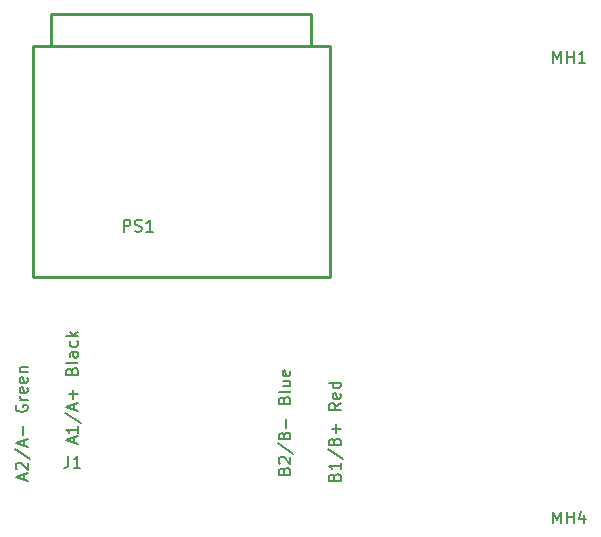
<source format=gbr>
%TF.GenerationSoftware,KiCad,Pcbnew,(5.1.10)-1*%
%TF.CreationDate,2022-11-15T17:47:35-07:00*%
%TF.ProjectId,Stepper_to_XLR4,53746570-7065-4725-9f74-6f5f584c5234,rev?*%
%TF.SameCoordinates,Original*%
%TF.FileFunction,Legend,Top*%
%TF.FilePolarity,Positive*%
%FSLAX46Y46*%
G04 Gerber Fmt 4.6, Leading zero omitted, Abs format (unit mm)*
G04 Created by KiCad (PCBNEW (5.1.10)-1) date 2022-11-15 17:47:35*
%MOMM*%
%LPD*%
G01*
G04 APERTURE LIST*
%ADD10C,0.150000*%
%ADD11C,0.254000*%
G04 APERTURE END LIST*
D10*
X-5071428Y-35821428D02*
X-5023809Y-35678571D01*
X-4976190Y-35630952D01*
X-4880952Y-35583333D01*
X-4738095Y-35583333D01*
X-4642857Y-35630952D01*
X-4595238Y-35678571D01*
X-4547619Y-35773809D01*
X-4547619Y-36154761D01*
X-5547619Y-36154761D01*
X-5547619Y-35821428D01*
X-5500000Y-35726190D01*
X-5452380Y-35678571D01*
X-5357142Y-35630952D01*
X-5261904Y-35630952D01*
X-5166666Y-35678571D01*
X-5119047Y-35726190D01*
X-5071428Y-35821428D01*
X-5071428Y-36154761D01*
X-5452380Y-35202380D02*
X-5500000Y-35154761D01*
X-5547619Y-35059523D01*
X-5547619Y-34821428D01*
X-5500000Y-34726190D01*
X-5452380Y-34678571D01*
X-5357142Y-34630952D01*
X-5261904Y-34630952D01*
X-5119047Y-34678571D01*
X-4547619Y-35250000D01*
X-4547619Y-34630952D01*
X-5595238Y-33488095D02*
X-4309523Y-34345238D01*
X-5071428Y-32821428D02*
X-5023809Y-32678571D01*
X-4976190Y-32630952D01*
X-4880952Y-32583333D01*
X-4738095Y-32583333D01*
X-4642857Y-32630952D01*
X-4595238Y-32678571D01*
X-4547619Y-32773809D01*
X-4547619Y-33154761D01*
X-5547619Y-33154761D01*
X-5547619Y-32821428D01*
X-5500000Y-32726190D01*
X-5452380Y-32678571D01*
X-5357142Y-32630952D01*
X-5261904Y-32630952D01*
X-5166666Y-32678571D01*
X-5119047Y-32726190D01*
X-5071428Y-32821428D01*
X-5071428Y-33154761D01*
X-4928571Y-32154761D02*
X-4928571Y-31392857D01*
X-5071428Y-29821428D02*
X-5023809Y-29678571D01*
X-4976190Y-29630952D01*
X-4880952Y-29583333D01*
X-4738095Y-29583333D01*
X-4642857Y-29630952D01*
X-4595238Y-29678571D01*
X-4547619Y-29773809D01*
X-4547619Y-30154761D01*
X-5547619Y-30154761D01*
X-5547619Y-29821428D01*
X-5500000Y-29726190D01*
X-5452380Y-29678571D01*
X-5357142Y-29630952D01*
X-5261904Y-29630952D01*
X-5166666Y-29678571D01*
X-5119047Y-29726190D01*
X-5071428Y-29821428D01*
X-5071428Y-30154761D01*
X-4547619Y-29011904D02*
X-4595238Y-29107142D01*
X-4690476Y-29154761D01*
X-5547619Y-29154761D01*
X-5214285Y-28202380D02*
X-4547619Y-28202380D01*
X-5214285Y-28630952D02*
X-4690476Y-28630952D01*
X-4595238Y-28583333D01*
X-4547619Y-28488095D01*
X-4547619Y-28345238D01*
X-4595238Y-28250000D01*
X-4642857Y-28202380D01*
X-4595238Y-27345238D02*
X-4547619Y-27440476D01*
X-4547619Y-27630952D01*
X-4595238Y-27726190D01*
X-4690476Y-27773809D01*
X-5071428Y-27773809D01*
X-5166666Y-27726190D01*
X-5214285Y-27630952D01*
X-5214285Y-27440476D01*
X-5166666Y-27345238D01*
X-5071428Y-27297619D01*
X-4976190Y-27297619D01*
X-4880952Y-27773809D01*
X-821428Y-36309523D02*
X-773809Y-36166666D01*
X-726190Y-36119047D01*
X-630952Y-36071428D01*
X-488095Y-36071428D01*
X-392857Y-36119047D01*
X-345238Y-36166666D01*
X-297619Y-36261904D01*
X-297619Y-36642857D01*
X-1297619Y-36642857D01*
X-1297619Y-36309523D01*
X-1250000Y-36214285D01*
X-1202380Y-36166666D01*
X-1107142Y-36119047D01*
X-1011904Y-36119047D01*
X-916666Y-36166666D01*
X-869047Y-36214285D01*
X-821428Y-36309523D01*
X-821428Y-36642857D01*
X-297619Y-35119047D02*
X-297619Y-35690476D01*
X-297619Y-35404761D02*
X-1297619Y-35404761D01*
X-1154761Y-35500000D01*
X-1059523Y-35595238D01*
X-1011904Y-35690476D01*
X-1345238Y-33976190D02*
X-59523Y-34833333D01*
X-821428Y-33309523D02*
X-773809Y-33166666D01*
X-726190Y-33119047D01*
X-630952Y-33071428D01*
X-488095Y-33071428D01*
X-392857Y-33119047D01*
X-345238Y-33166666D01*
X-297619Y-33261904D01*
X-297619Y-33642857D01*
X-1297619Y-33642857D01*
X-1297619Y-33309523D01*
X-1250000Y-33214285D01*
X-1202380Y-33166666D01*
X-1107142Y-33119047D01*
X-1011904Y-33119047D01*
X-916666Y-33166666D01*
X-869047Y-33214285D01*
X-821428Y-33309523D01*
X-821428Y-33642857D01*
X-678571Y-32642857D02*
X-678571Y-31880952D01*
X-297619Y-32261904D02*
X-1059523Y-32261904D01*
X-297619Y-30071428D02*
X-773809Y-30404761D01*
X-297619Y-30642857D02*
X-1297619Y-30642857D01*
X-1297619Y-30261904D01*
X-1250000Y-30166666D01*
X-1202380Y-30119047D01*
X-1107142Y-30071428D01*
X-964285Y-30071428D01*
X-869047Y-30119047D01*
X-821428Y-30166666D01*
X-773809Y-30261904D01*
X-773809Y-30642857D01*
X-345238Y-29261904D02*
X-297619Y-29357142D01*
X-297619Y-29547619D01*
X-345238Y-29642857D01*
X-440476Y-29690476D01*
X-821428Y-29690476D01*
X-916666Y-29642857D01*
X-964285Y-29547619D01*
X-964285Y-29357142D01*
X-916666Y-29261904D01*
X-821428Y-29214285D01*
X-726190Y-29214285D01*
X-630952Y-29690476D01*
X-297619Y-28357142D02*
X-1297619Y-28357142D01*
X-345238Y-28357142D02*
X-297619Y-28452380D01*
X-297619Y-28642857D01*
X-345238Y-28738095D01*
X-392857Y-28785714D01*
X-488095Y-28833333D01*
X-773809Y-28833333D01*
X-869047Y-28785714D01*
X-916666Y-28738095D01*
X-964285Y-28642857D01*
X-964285Y-28452380D01*
X-916666Y-28357142D01*
X-27083333Y-36535714D02*
X-27083333Y-36059523D01*
X-26797619Y-36630952D02*
X-27797619Y-36297619D01*
X-26797619Y-35964285D01*
X-27702380Y-35678571D02*
X-27750000Y-35630952D01*
X-27797619Y-35535714D01*
X-27797619Y-35297619D01*
X-27750000Y-35202380D01*
X-27702380Y-35154761D01*
X-27607142Y-35107142D01*
X-27511904Y-35107142D01*
X-27369047Y-35154761D01*
X-26797619Y-35726190D01*
X-26797619Y-35107142D01*
X-27845238Y-33964285D02*
X-26559523Y-34821428D01*
X-27083333Y-33678571D02*
X-27083333Y-33202380D01*
X-26797619Y-33773809D02*
X-27797619Y-33440476D01*
X-26797619Y-33107142D01*
X-27178571Y-32773809D02*
X-27178571Y-32011904D01*
X-27750000Y-30250000D02*
X-27797619Y-30345238D01*
X-27797619Y-30488095D01*
X-27750000Y-30630952D01*
X-27654761Y-30726190D01*
X-27559523Y-30773809D01*
X-27369047Y-30821428D01*
X-27226190Y-30821428D01*
X-27035714Y-30773809D01*
X-26940476Y-30726190D01*
X-26845238Y-30630952D01*
X-26797619Y-30488095D01*
X-26797619Y-30392857D01*
X-26845238Y-30250000D01*
X-26892857Y-30202380D01*
X-27226190Y-30202380D01*
X-27226190Y-30392857D01*
X-26797619Y-29773809D02*
X-27464285Y-29773809D01*
X-27273809Y-29773809D02*
X-27369047Y-29726190D01*
X-27416666Y-29678571D01*
X-27464285Y-29583333D01*
X-27464285Y-29488095D01*
X-26845238Y-28773809D02*
X-26797619Y-28869047D01*
X-26797619Y-29059523D01*
X-26845238Y-29154761D01*
X-26940476Y-29202380D01*
X-27321428Y-29202380D01*
X-27416666Y-29154761D01*
X-27464285Y-29059523D01*
X-27464285Y-28869047D01*
X-27416666Y-28773809D01*
X-27321428Y-28726190D01*
X-27226190Y-28726190D01*
X-27130952Y-29202380D01*
X-26845238Y-27916666D02*
X-26797619Y-28011904D01*
X-26797619Y-28202380D01*
X-26845238Y-28297619D01*
X-26940476Y-28345238D01*
X-27321428Y-28345238D01*
X-27416666Y-28297619D01*
X-27464285Y-28202380D01*
X-27464285Y-28011904D01*
X-27416666Y-27916666D01*
X-27321428Y-27869047D01*
X-27226190Y-27869047D01*
X-27130952Y-28345238D01*
X-27464285Y-27440476D02*
X-26797619Y-27440476D01*
X-27369047Y-27440476D02*
X-27416666Y-27392857D01*
X-27464285Y-27297619D01*
X-27464285Y-27154761D01*
X-27416666Y-27059523D01*
X-27321428Y-27011904D01*
X-26797619Y-27011904D01*
X-22833333Y-33464285D02*
X-22833333Y-32988095D01*
X-22547619Y-33559523D02*
X-23547619Y-33226190D01*
X-22547619Y-32892857D01*
X-22547619Y-32035714D02*
X-22547619Y-32607142D01*
X-22547619Y-32321428D02*
X-23547619Y-32321428D01*
X-23404761Y-32416666D01*
X-23309523Y-32511904D01*
X-23261904Y-32607142D01*
X-23595238Y-30892857D02*
X-22309523Y-31750000D01*
X-22833333Y-30607142D02*
X-22833333Y-30130952D01*
X-22547619Y-30702380D02*
X-23547619Y-30369047D01*
X-22547619Y-30035714D01*
X-22928571Y-29702380D02*
X-22928571Y-28940476D01*
X-22547619Y-29321428D02*
X-23309523Y-29321428D01*
X-23071428Y-27369047D02*
X-23023809Y-27226190D01*
X-22976190Y-27178571D01*
X-22880952Y-27130952D01*
X-22738095Y-27130952D01*
X-22642857Y-27178571D01*
X-22595238Y-27226190D01*
X-22547619Y-27321428D01*
X-22547619Y-27702380D01*
X-23547619Y-27702380D01*
X-23547619Y-27369047D01*
X-23500000Y-27273809D01*
X-23452380Y-27226190D01*
X-23357142Y-27178571D01*
X-23261904Y-27178571D01*
X-23166666Y-27226190D01*
X-23119047Y-27273809D01*
X-23071428Y-27369047D01*
X-23071428Y-27702380D01*
X-22547619Y-26559523D02*
X-22595238Y-26654761D01*
X-22690476Y-26702380D01*
X-23547619Y-26702380D01*
X-22547619Y-25750000D02*
X-23071428Y-25750000D01*
X-23166666Y-25797619D01*
X-23214285Y-25892857D01*
X-23214285Y-26083333D01*
X-23166666Y-26178571D01*
X-22595238Y-25750000D02*
X-22547619Y-25845238D01*
X-22547619Y-26083333D01*
X-22595238Y-26178571D01*
X-22690476Y-26226190D01*
X-22785714Y-26226190D01*
X-22880952Y-26178571D01*
X-22928571Y-26083333D01*
X-22928571Y-25845238D01*
X-22976190Y-25750000D01*
X-22595238Y-24845238D02*
X-22547619Y-24940476D01*
X-22547619Y-25130952D01*
X-22595238Y-25226190D01*
X-22642857Y-25273809D01*
X-22738095Y-25321428D01*
X-23023809Y-25321428D01*
X-23119047Y-25273809D01*
X-23166666Y-25226190D01*
X-23214285Y-25130952D01*
X-23214285Y-24940476D01*
X-23166666Y-24845238D01*
X-22547619Y-24416666D02*
X-23547619Y-24416666D01*
X-22928571Y-24321428D02*
X-22547619Y-24035714D01*
X-23214285Y-24035714D02*
X-22833333Y-24416666D01*
D11*
%TO.C,PS1*%
X-24807000Y2832000D02*
X-2807000Y2832000D01*
X-26307000Y165000D02*
X-1307000Y165000D01*
X-1234000Y-19393000D02*
X-1234000Y165000D01*
X-26307000Y-19393000D02*
X-1234000Y-19393000D01*
X-26307000Y165000D02*
X-26307000Y-19393000D01*
X-24807000Y2832000D02*
X-24807000Y165000D01*
X-2807000Y2832000D02*
X-2807000Y165000D01*
%TO.C,MH4*%
D10*
X17716666Y-40252380D02*
X17716666Y-39252380D01*
X18050000Y-39966666D01*
X18383333Y-39252380D01*
X18383333Y-40252380D01*
X18859523Y-40252380D02*
X18859523Y-39252380D01*
X18859523Y-39728571D02*
X19430952Y-39728571D01*
X19430952Y-40252380D02*
X19430952Y-39252380D01*
X20335714Y-39585714D02*
X20335714Y-40252380D01*
X20097619Y-39204761D02*
X19859523Y-39919047D01*
X20478571Y-39919047D01*
%TO.C,MH1*%
X17716666Y-1252380D02*
X17716666Y-252380D01*
X18050000Y-966666D01*
X18383333Y-252380D01*
X18383333Y-1252380D01*
X18859523Y-1252380D02*
X18859523Y-252380D01*
X18859523Y-728571D02*
X19430952Y-728571D01*
X19430952Y-1252380D02*
X19430952Y-252380D01*
X20430952Y-1252380D02*
X19859523Y-1252380D01*
X20145238Y-1252380D02*
X20145238Y-252380D01*
X20050000Y-395238D01*
X19954761Y-490476D01*
X19859523Y-538095D01*
%TO.C,J1*%
X-23333333Y-34552380D02*
X-23333333Y-35266666D01*
X-23380952Y-35409523D01*
X-23476190Y-35504761D01*
X-23619047Y-35552380D01*
X-23714285Y-35552380D01*
X-22333333Y-35552380D02*
X-22904761Y-35552380D01*
X-22619047Y-35552380D02*
X-22619047Y-34552380D01*
X-22714285Y-34695238D01*
X-22809523Y-34790476D01*
X-22904761Y-34838095D01*
%TO.C,PS1*%
X-18664166Y-15559380D02*
X-18664166Y-14559380D01*
X-18283214Y-14559380D01*
X-18187976Y-14607000D01*
X-18140357Y-14654619D01*
X-18092738Y-14749857D01*
X-18092738Y-14892714D01*
X-18140357Y-14987952D01*
X-18187976Y-15035571D01*
X-18283214Y-15083190D01*
X-18664166Y-15083190D01*
X-17711785Y-15511761D02*
X-17568928Y-15559380D01*
X-17330833Y-15559380D01*
X-17235595Y-15511761D01*
X-17187976Y-15464142D01*
X-17140357Y-15368904D01*
X-17140357Y-15273666D01*
X-17187976Y-15178428D01*
X-17235595Y-15130809D01*
X-17330833Y-15083190D01*
X-17521309Y-15035571D01*
X-17616547Y-14987952D01*
X-17664166Y-14940333D01*
X-17711785Y-14845095D01*
X-17711785Y-14749857D01*
X-17664166Y-14654619D01*
X-17616547Y-14607000D01*
X-17521309Y-14559380D01*
X-17283214Y-14559380D01*
X-17140357Y-14607000D01*
X-16187976Y-15559380D02*
X-16759404Y-15559380D01*
X-16473690Y-15559380D02*
X-16473690Y-14559380D01*
X-16568928Y-14702238D01*
X-16664166Y-14797476D01*
X-16759404Y-14845095D01*
%TD*%
M02*

</source>
